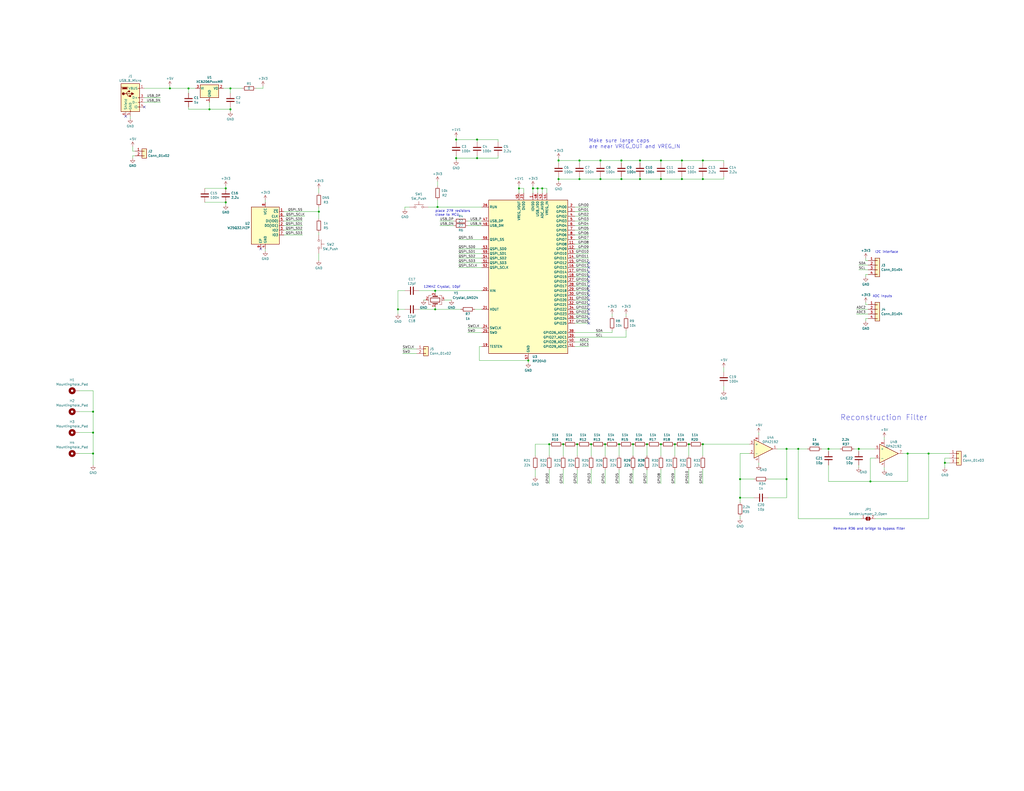
<source format=kicad_sch>
(kicad_sch (version 20230121) (generator eeschema)
  (paper "C")
  (lib_symbols
    (symbol "Connector:USB_B_Micro" (pin_names (offset 1.016))
      (property "Reference" "J" (at -5.08 11.43 0))
      (property "Value" "USB_B_Micro" (at -5.08 8.89 0))
      (symbol "USB_B_Micro_1_1"
        (pin power_out line (at 7.62 5.08 180) (length 2.54) (name "VBUS") (number "1"))
        (pin bidirectional line (at 7.62 -2.54 180) (length 2.54) (name "D-") (number "2"))
        (pin bidirectional line (at 7.62 0 180) (length 2.54) (name "D+") (number "3"))
        (pin passive line (at 7.62 -5.08 180) (length 2.54) (name "ID") (number "4"))
        (pin power_out line (at 0 -10.16 90) (length 2.54) (name "GND") (number "5"))
        (pin passive line (at -2.54 -10.16 90) (length 2.54) (name "Shield") (number "6"))
      )
    )
    (symbol "Connector_Generic:Conn_01x02" (pin_names (offset 1.016) hide)
      (property "Reference" "J" (at 0 2.54 0))
      (property "Value" "Conn_01x02" (at 0 -5.08 0))
      (symbol "Conn_01x02_1_1"
        (pin passive line (at -5.08 0 0) (length 3.81) (name "Pin_1") (number "1"))
        (pin passive line (at -5.08 -2.54 0) (length 3.81) (name "Pin_2") (number "2"))
      )
    )
    (symbol "Connector_Generic:Conn_01x03" (pin_names (offset 1.016) hide)
      (property "Reference" "J" (at 0 5.08 0))
      (property "Value" "Conn_01x03" (at 0 -5.08 0))
      (symbol "Conn_01x03_1_1"
        (pin passive line (at -5.08 2.54 0) (length 3.81) (name "Pin_1") (number "1"))
        (pin passive line (at -5.08 0 0) (length 3.81) (name "Pin_2") (number "2"))
        (pin passive line (at -5.08 -2.54 0) (length 3.81) (name "Pin_3") (number "3"))
      )
    )
    (symbol "Connector_Generic:Conn_01x04" (pin_names (offset 1.016) hide)
      (property "Reference" "J" (at 0 5.08 0))
      (property "Value" "Conn_01x04" (at 0 -7.62 0))
      (symbol "Conn_01x04_1_1"
        (pin passive line (at -5.08 2.54 0) (length 3.81) (name "Pin_1") (number "1"))
        (pin passive line (at -5.08 0 0) (length 3.81) (name "Pin_2") (number "2"))
        (pin passive line (at -5.08 -2.54 0) (length 3.81) (name "Pin_3") (number "3"))
        (pin passive line (at -5.08 -5.08 0) (length 3.81) (name "Pin_4") (number "4"))
      )
    )
    (symbol "Device:C" (pin_numbers hide) (pin_names (offset 0.254))
      (property "Reference" "C" (at 0.635 2.54 0))
      (property "Value" "C" (at 0.635 -2.54 0))
      (symbol "C_1_1"
        (pin passive line (at 0 3.81 270) (length 2.794) (name "~") (number "1"))
        (pin passive line (at 0 -3.81 90) (length 2.794) (name "~") (number "2"))
      )
    )
    (symbol "Device:Crystal_GND24" (pin_names (offset 1.016) hide)
      (property "Reference" "Y" (at 3.175 5.08 0))
      (property "Value" "Crystal_GND24" (at 3.175 3.175 0))
      (symbol "Crystal_GND24_1_1"
        (pin passive line (at -3.81 0 0) (length 1.27) (name "1") (number "1"))
        (pin passive line (at 0 5.08 270) (length 1.27) (name "2") (number "2"))
        (pin passive line (at 3.81 0 180) (length 1.27) (name "3") (number "3"))
        (pin passive line (at 0 -5.08 90) (length 1.27) (name "4") (number "4"))
      )
    )
    (symbol "Device:R" (pin_numbers hide) (pin_names (offset 0))
      (property "Reference" "R" (at 2.032 0 90))
      (property "Value" "R" (at 0 0 90))
      (symbol "R_1_1"
        (pin passive line (at 0 3.81 270) (length 1.27) (name "~") (number "1"))
        (pin passive line (at 0 -3.81 90) (length 1.27) (name "~") (number "2"))
      )
    )
    (symbol "Jumper:SolderJumper_2_Open" (pin_names (offset 0) hide)
      (property "Reference" "JP" (at 0 2.032 0))
      (property "Value" "SolderJumper_2_Open" (at 0 -2.54 0))
      (symbol "SolderJumper_2_Open_1_1"
        (pin passive line (at -3.81 0 0) (length 2.54) (name "A") (number "1"))
        (pin passive line (at 3.81 0 180) (length 2.54) (name "B") (number "2"))
      )
    )
    (symbol "MCU_RaspberryPi:RP2040"
      (property "Reference" "U" (at 17.78 45.72 0))
      (property "Value" "RP2040" (at 17.78 43.18 0))
      (symbol "RP2040_1_1"
        (pin power_in line (at 2.54 45.72 270) (length 3.81) (name "IOVDD") (number "1"))
        (pin passive line (at 2.54 45.72 270) (length 3.81) hide (name "IOVDD") (number "10"))
        (pin bidirectional line (at 25.4 17.78 180) (length 3.81) (name "GPIO8") (number "11"))
        (pin bidirectional line (at 25.4 15.24 180) (length 3.81) (name "GPIO9") (number "12"))
        (pin bidirectional line (at 25.4 12.7 180) (length 3.81) (name "GPIO10") (number "13"))
        (pin bidirectional line (at 25.4 10.16 180) (length 3.81) (name "GPIO11") (number "14"))
        (pin bidirectional line (at 25.4 7.62 180) (length 3.81) (name "GPIO12") (number "15"))
        (pin bidirectional line (at 25.4 5.08 180) (length 3.81) (name "GPIO13") (number "16"))
        (pin bidirectional line (at 25.4 2.54 180) (length 3.81) (name "GPIO14") (number "17"))
        (pin bidirectional line (at 25.4 0 180) (length 3.81) (name "GPIO15") (number "18"))
        (pin input line (at -25.4 -38.1 0) (length 3.81) (name "TESTEN") (number "19"))
        (pin bidirectional line (at 25.4 38.1 180) (length 3.81) (name "GPIO0") (number "2"))
        (pin input line (at -25.4 -7.62 0) (length 3.81) (name "XIN") (number "20"))
        (pin passive line (at -25.4 -17.78 0) (length 3.81) (name "XOUT") (number "21"))
        (pin passive line (at 2.54 45.72 270) (length 3.81) hide (name "IOVDD") (number "22"))
        (pin power_in line (at -2.54 45.72 270) (length 3.81) (name "DVDD") (number "23"))
        (pin input line (at -25.4 -27.94 0) (length 3.81) (name "SWCLK") (number "24"))
        (pin bidirectional line (at -25.4 -30.48 0) (length 3.81) (name "SWD") (number "25"))
        (pin input line (at -25.4 38.1 0) (length 3.81) (name "RUN") (number "26"))
        (pin bidirectional line (at 25.4 -2.54 180) (length 3.81) (name "GPIO16") (number "27"))
        (pin bidirectional line (at 25.4 -5.08 180) (length 3.81) (name "GPIO17") (number "28"))
        (pin bidirectional line (at 25.4 -7.62 180) (length 3.81) (name "GPIO18") (number "29"))
        (pin bidirectional line (at 25.4 35.56 180) (length 3.81) (name "GPIO1") (number "3"))
        (pin bidirectional line (at 25.4 -10.16 180) (length 3.81) (name "GPIO19") (number "30"))
        (pin bidirectional line (at 25.4 -12.7 180) (length 3.81) (name "GPIO20") (number "31"))
        (pin bidirectional line (at 25.4 -15.24 180) (length 3.81) (name "GPIO21") (number "32"))
        (pin passive line (at 2.54 45.72 270) (length 3.81) hide (name "IOVDD") (number "33"))
        (pin bidirectional line (at 25.4 -17.78 180) (length 3.81) (name "GPIO22") (number "34"))
        (pin bidirectional line (at 25.4 -20.32 180) (length 3.81) (name "GPIO23") (number "35"))
        (pin bidirectional line (at 25.4 -22.86 180) (length 3.81) (name "GPIO24") (number "36"))
        (pin bidirectional line (at 25.4 -25.4 180) (length 3.81) (name "GPIO25") (number "37"))
        (pin bidirectional line (at 25.4 -30.48 180) (length 3.81) (name "GPIO26_ADC0") (number "38"))
        (pin bidirectional line (at 25.4 -33.02 180) (length 3.81) (name "GPIO27_ADC1") (number "39"))
        (pin bidirectional line (at 25.4 33.02 180) (length 3.81) (name "GPIO2") (number "4"))
        (pin bidirectional line (at 25.4 -35.56 180) (length 3.81) (name "GPIO28_ADC2") (number "40"))
        (pin bidirectional line (at 25.4 -38.1 180) (length 3.81) (name "GPIO29_ADC3") (number "41"))
        (pin passive line (at 2.54 45.72 270) (length 3.81) hide (name "IOVDD") (number "42"))
        (pin power_in line (at 7.62 45.72 270) (length 3.81) (name "ADC_AVDD") (number "43"))
        (pin power_in line (at 10.16 45.72 270) (length 3.81) (name "VREG_IN") (number "44"))
        (pin power_out line (at -5.08 45.72 270) (length 3.81) (name "VREG_VOUT") (number "45"))
        (pin bidirectional line (at -25.4 27.94 0) (length 3.81) (name "USB_DM") (number "46"))
        (pin bidirectional line (at -25.4 30.48 0) (length 3.81) (name "USB_DP") (number "47"))
        (pin power_in line (at 5.08 45.72 270) (length 3.81) (name "USB_VDD") (number "48"))
        (pin passive line (at 2.54 45.72 270) (length 3.81) hide (name "IOVDD") (number "49"))
        (pin bidirectional line (at 25.4 30.48 180) (length 3.81) (name "GPIO3") (number "5"))
        (pin passive line (at -2.54 45.72 270) (length 3.81) hide (name "DVDD") (number "50"))
        (pin bidirectional line (at -25.4 7.62 0) (length 3.81) (name "QSPI_SD3") (number "51"))
        (pin output line (at -25.4 5.08 0) (length 3.81) (name "QSPI_SCLK") (number "52"))
        (pin bidirectional line (at -25.4 15.24 0) (length 3.81) (name "QSPI_SD0") (number "53"))
        (pin bidirectional line (at -25.4 10.16 0) (length 3.81) (name "QSPI_SD2") (number "54"))
        (pin bidirectional line (at -25.4 12.7 0) (length 3.81) (name "QSPI_SD1") (number "55"))
        (pin bidirectional line (at -25.4 20.32 0) (length 3.81) (name "QSPI_SS") (number "56"))
        (pin power_in line (at 0 -45.72 90) (length 3.81) (name "GND") (number "57"))
        (pin bidirectional line (at 25.4 27.94 180) (length 3.81) (name "GPIO4") (number "6"))
        (pin bidirectional line (at 25.4 25.4 180) (length 3.81) (name "GPIO5") (number "7"))
        (pin bidirectional line (at 25.4 22.86 180) (length 3.81) (name "GPIO6") (number "8"))
        (pin bidirectional line (at 25.4 20.32 180) (length 3.81) (name "GPIO7") (number "9"))
      )
    )
    (symbol "Mechanical:MountingHole_Pad" (pin_numbers hide) (pin_names (offset 1.016) hide)
      (property "Reference" "H" (at 0 6.35 0))
      (property "Value" "MountingHole_Pad" (at 0 4.445 0))
      (symbol "MountingHole_Pad_1_1"
        (pin input line (at 0 -2.54 90) (length 2.54) (name "1") (number "1"))
      )
    )
    (symbol "Memory_Flash:W25Q32JVZP"
      (property "Reference" "U" (at -6.35 11.43 0))
      (property "Value" "W25Q32JVZP" (at 7.62 11.43 0))
      (symbol "W25Q32JVZP_1_1"
        (pin input line (at -10.16 7.62 0) (length 2.54) (name "~{CS}") (number "1"))
        (pin bidirectional line (at -10.16 0 0) (length 2.54) (name "DO(IO1)") (number "2"))
        (pin bidirectional line (at -10.16 -2.54 0) (length 2.54) (name "IO2") (number "3"))
        (pin power_in line (at 0 -12.7 90) (length 2.54) (name "GND") (number "4"))
        (pin bidirectional line (at -10.16 2.54 0) (length 2.54) (name "DI(IO0)") (number "5"))
        (pin input line (at -10.16 5.08 0) (length 2.54) (name "CLK") (number "6"))
        (pin bidirectional line (at -10.16 -5.08 0) (length 2.54) (name "IO3") (number "7"))
        (pin power_in line (at 0 12.7 270) (length 2.54) (name "VCC") (number "8"))
        (pin passive line (at 2.54 -12.7 90) (length 2.54) (name "EP") (number "9"))
      )
    )
    (symbol "Regulator_Linear:XC6206PxxxMR" (pin_names (offset 0.254))
      (property "Reference" "U" (at -3.81 3.175 0))
      (property "Value" "XC6206PxxxMR" (at 0 3.175 0))
      (symbol "XC6206PxxxMR_1_1"
        (pin power_in line (at 0 -7.62 90) (length 2.54) (name "GND") (number "1"))
        (pin power_out line (at 7.62 0 180) (length 2.54) (name "VO") (number "2"))
        (pin power_in line (at -7.62 0 0) (length 2.54) (name "VI") (number "3"))
      )
    )
    (symbol "Switch:SW_Push" (pin_numbers hide) (pin_names (offset 1.016) hide)
      (property "Reference" "SW" (at 1.27 2.54 0))
      (property "Value" "SW_Push" (at 0 -1.524 0))
      (symbol "SW_Push_0_1"
        (pin passive line (at -5.08 0 0) (length 2.54) (name "1") (number "1"))
        (pin passive line (at 5.08 0 180) (length 2.54) (name "2") (number "2"))
      )
    )
    (symbol "components_2:OPA2192"
      (property "Reference" "U" (at -3.81 15.24 0))
      (property "Value" "OPA2192" (at 0 12.7 0))
      (symbol "OPA2192_1_1"
        (pin output line (at 10.16 0 180) (length 2.54) (name "~") (number "1"))
        (pin input line (at -5.08 -2.54 0) (length 2.54) (name "-") (number "2"))
        (pin input line (at -5.08 2.54 0) (length 2.54) (name "+") (number "3"))
        (pin power_in line (at 0 -7.62 90) (length 3.81) (name "~") (number "4"))
        (pin power_in line (at 0 7.62 270) (length 3.81) (name "~") (number "8"))
      )
      (symbol "OPA2192_2_1"
        (pin power_in line (at 0 -7.62 90) (length 3.81) (name "~") (number "4"))
        (pin input line (at -5.08 2.54 0) (length 2.54) (name "+") (number "5"))
        (pin input line (at -5.08 -2.54 0) (length 2.54) (name "-") (number "6"))
        (pin output line (at 10.16 0 180) (length 2.54) (name "~") (number "7"))
        (pin power_in line (at 0 7.62 270) (length 3.81) (name "~") (number "8"))
      )
    )
    (symbol "power:+1V1" (power) (pin_names (offset 0))
      (property "Value" "+1V1" (at 0 3.556 0))
      (symbol "+1V1_1_1"
        (pin power_in line (at 0 0 90) (length 0) hide (name "+1V1") (number "1"))
      )
    )
    (symbol "power:+3V3" (power) (pin_names (offset 0))
      (property "Value" "+3V3" (at 0 3.556 0))
      (symbol "+3V3_1_1"
        (pin power_in line (at 0 0 90) (length 0) hide (name "+3V3") (number "1"))
      )
    )
    (symbol "power:+5V" (power) (pin_names (offset 0))
      (property "Value" "+5V" (at 0 3.556 0))
      (symbol "+5V_1_1"
        (pin power_in line (at 0 0 90) (length 0) hide (name "+5V") (number "1"))
      )
    )
    (symbol "power:GND" (power) (pin_names (offset 0))
      (property "Value" "GND" (at 0 -3.81 0))
      (symbol "GND_1_1"
        (pin power_in line (at 0 0 270) (length 0) hide (name "GND") (number "1"))
      )
    )
  )
  (junction (at 435.61 245.11))
  (junction (at 125.73 59.69))
  (junction (at 50.8 247.65))
  (junction (at 468.63 245.11))
  (junction (at 349.25 87.63))
  (junction (at 316.23 87.63))
  (junction (at 288.29 196.85))
  (junction (at 217.17 168.91))
  (junction (at 260.35 76.2))
  (junction (at 307.34 242.57))
  (junction (at 248.92 76.2))
  (junction (at 50.8 236.22))
  (junction (at 304.8 97.79))
  (junction (at 260.35 86.36))
  (junction (at 372.11 87.63))
  (junction (at 327.66 97.79))
  (junction (at 403.86 271.78))
  (junction (at 429.26 261.62))
  (junction (at 125.73 48.26))
  (junction (at 123.19 102.87))
  (junction (at 474.98 262.89))
  (junction (at 360.68 97.79))
  (junction (at 337.82 242.57))
  (junction (at 173.99 115.57))
  (junction (at 123.19 110.49))
  (junction (at 314.96 242.57))
  (junction (at 506.73 247.65))
  (junction (at 50.8 224.79))
  (junction (at 237.49 158.75))
  (junction (at 293.37 102.87))
  (junction (at 322.58 242.57))
  (junction (at 372.11 97.79))
  (junction (at 316.23 97.79))
  (junction (at 237.49 168.91))
  (junction (at 330.2 242.57))
  (junction (at 353.06 242.57))
  (junction (at 327.66 87.63))
  (junction (at 295.91 102.87))
  (junction (at 360.68 242.57))
  (junction (at 375.92 242.57))
  (junction (at 383.54 242.57))
  (junction (at 345.44 242.57))
  (junction (at 339.09 97.79))
  (junction (at 290.83 102.87))
  (junction (at 368.3 242.57))
  (junction (at 403.86 261.62))
  (junction (at 339.09 87.63))
  (junction (at 304.8 87.63))
  (junction (at 515.62 252.73))
  (junction (at 283.21 102.87))
  (junction (at 360.68 87.63))
  (junction (at 299.72 242.57))
  (junction (at 383.54 87.63))
  (junction (at 92.71 48.26))
  (junction (at 429.26 245.11))
  (junction (at 349.25 97.79))
  (junction (at 102.87 48.26))
  (junction (at 238.76 113.03))
  (junction (at 114.3 59.69))
  (junction (at 495.3 247.65))
  (junction (at 383.54 97.79))
  (junction (at 452.12 245.11))
  (junction (at 248.92 86.36))
  (no_connect (at 321.31 171.45))
  (no_connect (at 321.31 173.99))
  (no_connect (at 321.31 176.53))
  (no_connect (at 321.31 161.29))
  (no_connect (at 78.74 58.42))
  (no_connect (at 321.31 146.05))
  (no_connect (at 321.31 166.37))
  (no_connect (at 321.31 148.59))
  (no_connect (at 321.31 163.83))
  (no_connect (at 321.31 158.75))
  (no_connect (at 321.31 143.51))
  (no_connect (at 321.31 168.91))
  (no_connect (at 321.31 153.67))
  (no_connect (at 68.58 63.5))
  (no_connect (at 321.31 156.21))
  (no_connect (at 321.31 151.13))
  (no_connect (at 142.24 135.89))
  (wire (pts (xy 403.86 271.78) (xy 403.86 274.32)))
  (wire (pts (xy 316.23 96.52) (xy 316.23 97.79)))
  (wire (pts (xy 419.1 261.62) (xy 429.26 261.62)))
  (wire (pts (xy 337.82 242.57) (xy 337.82 248.92)))
  (wire (pts (xy 313.69 181.61) (xy 334.01 181.61)))
  (wire (pts (xy 313.69 130.81) (xy 321.31 130.81)))
  (wire (pts (xy 173.99 113.03) (xy 173.99 115.57)))
  (wire (pts (xy 292.1 242.57) (xy 292.1 248.92)))
  (wire (pts (xy 237.49 158.75) (xy 262.89 158.75)))
  (wire (pts (xy 248.92 76.2) (xy 260.35 76.2)))
  (wire (pts (xy 468.63 245.11) (xy 477.52 245.11)))
  (wire (pts (xy 132.08 48.26) (xy 125.73 48.26)))
  (wire (pts (xy 102.87 58.42) (xy 102.87 59.69)))
  (wire (pts (xy 255.27 120.65) (xy 262.89 120.65)))
  (wire (pts (xy 250.19 140.97) (xy 262.89 140.97)))
  (wire (pts (xy 495.3 262.89) (xy 495.3 247.65)))
  (wire (pts (xy 368.3 256.54) (xy 368.3 264.16)))
  (wire (pts (xy 102.87 48.26) (xy 106.68 48.26)))
  (wire (pts (xy 271.78 85.09) (xy 271.78 86.36)))
  (wire (pts (xy 339.09 87.63) (xy 349.25 87.63)))
  (wire (pts (xy 240.03 123.19) (xy 247.65 123.19)))
  (wire (pts (xy 250.19 146.05) (xy 262.89 146.05)))
  (wire (pts (xy 472.44 149.86) (xy 473.71 149.86)))
  (wire (pts (xy 477.52 283.21) (xy 506.73 283.21)))
  (wire (pts (xy 313.69 146.05) (xy 321.31 146.05)))
  (wire (pts (xy 144.78 109.22) (xy 144.78 110.49)))
  (wire (pts (xy 360.68 256.54) (xy 360.68 264.16)))
  (wire (pts (xy 403.86 261.62) (xy 411.48 261.62)))
  (wire (pts (xy 474.98 250.19) (xy 474.98 262.89)))
  (wire (pts (xy 414.02 236.22) (xy 414.02 237.49)))
  (wire (pts (xy 403.86 271.78) (xy 411.48 271.78)))
  (wire (pts (xy 468.63 254) (xy 468.63 255.27)))
  (wire (pts (xy 313.69 128.27) (xy 321.31 128.27)))
  (wire (pts (xy 394.97 87.63) (xy 394.97 88.9)))
  (wire (pts (xy 43.18 224.79) (xy 50.8 224.79)))
  (wire (pts (xy 262.89 168.91) (xy 259.08 168.91)))
  (wire (pts (xy 375.92 256.54) (xy 375.92 264.16)))
  (wire (pts (xy 472.44 142.24) (xy 473.71 142.24)))
  (wire (pts (xy 334.01 171.45) (xy 334.01 172.72)))
  (wire (pts (xy 92.71 48.26) (xy 102.87 48.26)))
  (wire (pts (xy 72.39 85.09) (xy 73.66 85.09)))
  (wire (pts (xy 452.12 254) (xy 452.12 262.89)))
  (wire (pts (xy 288.29 196.85) (xy 288.29 198.12)))
  (wire (pts (xy 353.06 256.54) (xy 353.06 264.16)))
  (wire (pts (xy 472.44 165.1) (xy 472.44 166.37)))
  (wire (pts (xy 383.54 242.57) (xy 408.94 242.57)))
  (wire (pts (xy 452.12 245.11) (xy 458.47 245.11)))
  (wire (pts (xy 248.92 76.2) (xy 248.92 77.47)))
  (wire (pts (xy 248.92 85.09) (xy 248.92 86.36)))
  (wire (pts (xy 360.68 96.52) (xy 360.68 97.79)))
  (wire (pts (xy 360.68 87.63) (xy 372.11 87.63)))
  (wire (pts (xy 304.8 97.79) (xy 316.23 97.79)))
  (wire (pts (xy 173.99 115.57) (xy 173.99 119.38)))
  (wire (pts (xy 304.8 87.63) (xy 316.23 87.63)))
  (wire (pts (xy 102.87 48.26) (xy 102.87 50.8)))
  (wire (pts (xy 314.96 242.57) (xy 314.96 248.92)))
  (wire (pts (xy 515.62 250.19) (xy 515.62 252.73)))
  (wire (pts (xy 260.35 77.47) (xy 260.35 76.2)))
  (wire (pts (xy 313.69 173.99) (xy 321.31 173.99)))
  (wire (pts (xy 271.78 76.2) (xy 271.78 77.47)))
  (wire (pts (xy 313.69 125.73) (xy 321.31 125.73)))
  (wire (pts (xy 313.69 161.29) (xy 321.31 161.29)))
  (wire (pts (xy 345.44 242.57) (xy 345.44 248.92)))
  (wire (pts (xy 50.8 224.79) (xy 50.8 213.36)))
  (wire (pts (xy 429.26 245.11) (xy 435.61 245.11)))
  (wire (pts (xy 327.66 97.79) (xy 339.09 97.79)))
  (wire (pts (xy 313.69 120.65) (xy 321.31 120.65)))
  (wire (pts (xy 339.09 96.52) (xy 339.09 97.79)))
  (wire (pts (xy 154.94 128.27) (xy 165.1 128.27)))
  (wire (pts (xy 313.69 186.69) (xy 321.31 186.69)))
  (wire (pts (xy 314.96 256.54) (xy 314.96 264.16)))
  (wire (pts (xy 72.39 80.01) (xy 72.39 82.55)))
  (wire (pts (xy 316.23 87.63) (xy 316.23 88.9)))
  (wire (pts (xy 154.94 115.57) (xy 173.99 115.57)))
  (wire (pts (xy 429.26 245.11) (xy 424.18 245.11)))
  (wire (pts (xy 360.68 242.57) (xy 360.68 248.92)))
  (wire (pts (xy 219.71 190.5) (xy 227.33 190.5)))
  (wire (pts (xy 349.25 87.63) (xy 360.68 87.63)))
  (wire (pts (xy 299.72 242.57) (xy 299.72 248.92)))
  (wire (pts (xy 307.34 242.57) (xy 307.34 248.92)))
  (wire (pts (xy 123.19 110.49) (xy 123.19 111.76)))
  (wire (pts (xy 495.3 247.65) (xy 506.73 247.65)))
  (wire (pts (xy 313.69 163.83) (xy 321.31 163.83)))
  (wire (pts (xy 349.25 87.63) (xy 349.25 88.9)))
  (wire (pts (xy 468.63 144.78) (xy 473.71 144.78)))
  (wire (pts (xy 313.69 113.03) (xy 321.31 113.03)))
  (wire (pts (xy 472.44 166.37) (xy 473.71 166.37)))
  (wire (pts (xy 219.71 193.04) (xy 227.33 193.04)))
  (wire (pts (xy 304.8 97.79) (xy 304.8 99.06)))
  (wire (pts (xy 313.69 158.75) (xy 321.31 158.75)))
  (wire (pts (xy 466.09 245.11) (xy 468.63 245.11)))
  (wire (pts (xy 316.23 87.63) (xy 327.66 87.63)))
  (wire (pts (xy 372.11 87.63) (xy 383.54 87.63)))
  (wire (pts (xy 123.19 101.6) (xy 123.19 102.87)))
  (wire (pts (xy 43.18 236.22) (xy 50.8 236.22)))
  (wire (pts (xy 220.98 113.03) (xy 220.98 114.3)))
  (wire (pts (xy 506.73 247.65) (xy 518.16 247.65)))
  (wire (pts (xy 313.69 123.19) (xy 321.31 123.19)))
  (wire (pts (xy 125.73 48.26) (xy 125.73 50.8)))
  (wire (pts (xy 293.37 105.41) (xy 293.37 102.87)))
  (wire (pts (xy 154.94 118.11) (xy 166.37 118.11)))
  (wire (pts (xy 472.44 173.99) (xy 473.71 173.99)))
  (wire (pts (xy 92.71 46.99) (xy 92.71 48.26)))
  (wire (pts (xy 248.92 86.36) (xy 260.35 86.36)))
  (wire (pts (xy 50.8 236.22) (xy 50.8 224.79)))
  (wire (pts (xy 298.45 102.87) (xy 298.45 105.41)))
  (wire (pts (xy 452.12 262.89) (xy 474.98 262.89)))
  (wire (pts (xy 313.69 140.97) (xy 321.31 140.97)))
  (wire (pts (xy 250.19 138.43) (xy 262.89 138.43)))
  (wire (pts (xy 111.76 110.49) (xy 123.19 110.49)))
  (wire (pts (xy 327.66 87.63) (xy 339.09 87.63)))
  (wire (pts (xy 217.17 168.91) (xy 220.98 168.91)))
  (wire (pts (xy 228.6 168.91) (xy 237.49 168.91)))
  (wire (pts (xy 313.69 135.89) (xy 321.31 135.89)))
  (wire (pts (xy 313.69 153.67) (xy 321.31 153.67)))
  (wire (pts (xy 313.69 168.91) (xy 321.31 168.91)))
  (wire (pts (xy 383.54 87.63) (xy 383.54 88.9)))
  (wire (pts (xy 121.92 48.26) (xy 125.73 48.26)))
  (wire (pts (xy 383.54 97.79) (xy 394.97 97.79)))
  (wire (pts (xy 283.21 101.6) (xy 283.21 102.87)))
  (wire (pts (xy 304.8 86.36) (xy 304.8 87.63)))
  (wire (pts (xy 414.02 252.73) (xy 414.02 254)))
  (wire (pts (xy 242.57 163.83) (xy 246.38 163.83)))
  (wire (pts (xy 72.39 82.55) (xy 73.66 82.55)))
  (wire (pts (xy 114.3 55.88) (xy 114.3 59.69)))
  (wire (pts (xy 292.1 242.57) (xy 299.72 242.57)))
  (wire (pts (xy 495.3 247.65) (xy 492.76 247.65)))
  (wire (pts (xy 255.27 179.07) (xy 262.89 179.07)))
  (wire (pts (xy 372.11 96.52) (xy 372.11 97.79)))
  (wire (pts (xy 383.54 87.63) (xy 394.97 87.63)))
  (wire (pts (xy 233.68 113.03) (xy 238.76 113.03)))
  (wire (pts (xy 383.54 256.54) (xy 383.54 264.16)))
  (wire (pts (xy 313.69 115.57) (xy 321.31 115.57)))
  (wire (pts (xy 349.25 96.52) (xy 349.25 97.79)))
  (wire (pts (xy 313.69 118.11) (xy 321.31 118.11)))
  (wire (pts (xy 327.66 87.63) (xy 327.66 88.9)))
  (wire (pts (xy 307.34 256.54) (xy 307.34 264.16)))
  (wire (pts (xy 72.39 86.36) (xy 72.39 85.09)))
  (wire (pts (xy 313.69 143.51) (xy 321.31 143.51)))
  (wire (pts (xy 238.76 99.06) (xy 238.76 101.6)))
  (wire (pts (xy 78.74 48.26) (xy 92.71 48.26)))
  (wire (pts (xy 467.36 171.45) (xy 473.71 171.45)))
  (wire (pts (xy 339.09 97.79) (xy 349.25 97.79)))
  (wire (pts (xy 313.69 184.15) (xy 341.63 184.15)))
  (wire (pts (xy 383.54 242.57) (xy 383.54 248.92)))
  (wire (pts (xy 472.44 175.26) (xy 472.44 173.99)))
  (wire (pts (xy 248.92 86.36) (xy 248.92 87.63)))
  (wire (pts (xy 360.68 87.63) (xy 360.68 88.9)))
  (wire (pts (xy 114.3 59.69) (xy 125.73 59.69)))
  (wire (pts (xy 260.35 86.36) (xy 260.35 85.09)))
  (wire (pts (xy 515.62 252.73) (xy 518.16 252.73)))
  (wire (pts (xy 304.8 96.52) (xy 304.8 97.79)))
  (wire (pts (xy 372.11 97.79) (xy 383.54 97.79)))
  (wire (pts (xy 232.41 163.83) (xy 231.14 163.83)))
  (wire (pts (xy 220.98 113.03) (xy 223.52 113.03)))
  (wire (pts (xy 217.17 158.75) (xy 217.17 168.91)))
  (wire (pts (xy 295.91 105.41) (xy 295.91 102.87)))
  (wire (pts (xy 71.12 64.77) (xy 71.12 63.5)))
  (wire (pts (xy 337.82 256.54) (xy 337.82 264.16)))
  (wire (pts (xy 394.97 96.52) (xy 394.97 97.79)))
  (wire (pts (xy 316.23 97.79) (xy 327.66 97.79)))
  (wire (pts (xy 368.3 242.57) (xy 368.3 248.92)))
  (wire (pts (xy 217.17 168.91) (xy 217.17 171.45)))
  (wire (pts (xy 292.1 256.54) (xy 292.1 260.35)))
  (wire (pts (xy 477.52 250.19) (xy 474.98 250.19)))
  (wire (pts (xy 228.6 158.75) (xy 237.49 158.75)))
  (wire (pts (xy 304.8 87.63) (xy 304.8 88.9)))
  (wire (pts (xy 429.26 271.78) (xy 429.26 261.62)))
  (wire (pts (xy 506.73 283.21) (xy 506.73 247.65)))
  (wire (pts (xy 468.63 245.11) (xy 468.63 246.38)))
  (wire (pts (xy 322.58 256.54) (xy 322.58 264.16)))
  (wire (pts (xy 283.21 102.87) (xy 285.75 102.87)))
  (wire (pts (xy 78.74 53.34) (xy 87.63 53.34)))
  (wire (pts (xy 238.76 109.22) (xy 238.76 113.03)))
  (wire (pts (xy 360.68 97.79) (xy 372.11 97.79)))
  (wire (pts (xy 154.94 125.73) (xy 165.1 125.73)))
  (wire (pts (xy 50.8 213.36) (xy 43.18 213.36)))
  (wire (pts (xy 293.37 102.87) (xy 295.91 102.87)))
  (wire (pts (xy 322.58 242.57) (xy 322.58 248.92)))
  (wire (pts (xy 408.94 247.65) (xy 403.86 247.65)))
  (wire (pts (xy 472.44 151.13) (xy 472.44 149.86)))
  (wire (pts (xy 435.61 245.11) (xy 435.61 283.21)))
  (wire (pts (xy 260.35 76.2) (xy 271.78 76.2)))
  (wire (pts (xy 173.99 102.87) (xy 173.99 105.41)))
  (wire (pts (xy 237.49 168.91) (xy 237.49 167.64)))
  (wire (pts (xy 313.69 171.45) (xy 321.31 171.45)))
  (wire (pts (xy 262.89 189.23) (xy 261.62 189.23)))
  (wire (pts (xy 173.99 138.43) (xy 173.99 142.24)))
  (wire (pts (xy 250.19 135.89) (xy 262.89 135.89)))
  (wire (pts (xy 339.09 87.63) (xy 339.09 88.9)))
  (wire (pts (xy 283.21 102.87) (xy 283.21 105.41)))
  (wire (pts (xy 220.98 158.75) (xy 217.17 158.75)))
  (wire (pts (xy 290.83 101.6) (xy 290.83 102.87)))
  (wire (pts (xy 250.19 130.81) (xy 262.89 130.81)))
  (wire (pts (xy 403.86 281.94) (xy 403.86 283.21)))
  (wire (pts (xy 125.73 59.69) (xy 125.73 60.96)))
  (wire (pts (xy 43.18 247.65) (xy 50.8 247.65)))
  (wire (pts (xy 237.49 160.02) (xy 237.49 158.75)))
  (wire (pts (xy 313.69 156.21) (xy 321.31 156.21)))
  (wire (pts (xy 330.2 256.54) (xy 330.2 264.16)))
  (wire (pts (xy 482.6 255.27) (xy 482.6 256.54)))
  (wire (pts (xy 240.03 120.65) (xy 247.65 120.65)))
  (wire (pts (xy 518.16 250.19) (xy 515.62 250.19)))
  (wire (pts (xy 313.69 148.59) (xy 321.31 148.59)))
  (wire (pts (xy 143.51 46.99) (xy 143.51 48.26)))
  (wire (pts (xy 467.36 168.91) (xy 473.71 168.91)))
  (wire (pts (xy 394.97 210.82) (xy 394.97 213.36)))
  (wire (pts (xy 482.6 238.76) (xy 482.6 240.03)))
  (wire (pts (xy 429.26 261.62) (xy 429.26 245.11)))
  (wire (pts (xy 375.92 242.57) (xy 375.92 248.92)))
  (wire (pts (xy 341.63 171.45) (xy 341.63 172.72)))
  (wire (pts (xy 50.8 254) (xy 50.8 247.65)))
  (wire (pts (xy 298.45 102.87) (xy 295.91 102.87)))
  (wire (pts (xy 474.98 262.89) (xy 495.3 262.89)))
  (wire (pts (xy 403.86 261.62) (xy 403.86 271.78)))
  (wire (pts (xy 143.51 48.26) (xy 139.7 48.26)))
  (wire (pts (xy 255.27 181.61) (xy 262.89 181.61)))
  (wire (pts (xy 468.63 147.32) (xy 473.71 147.32)))
  (wire (pts (xy 50.8 247.65) (xy 50.8 236.22)))
  (wire (pts (xy 238.76 113.03) (xy 262.89 113.03)))
  (wire (pts (xy 515.62 252.73) (xy 515.62 255.27)))
  (wire (pts (xy 313.69 189.23) (xy 321.31 189.23)))
  (wire (pts (xy 419.1 271.78) (xy 429.26 271.78)))
  (wire (pts (xy 299.72 256.54) (xy 299.72 264.16)))
  (wire (pts (xy 313.69 176.53) (xy 321.31 176.53)))
  (wire (pts (xy 394.97 200.66) (xy 394.97 203.2)))
  (wire (pts (xy 435.61 283.21) (xy 469.9 283.21)))
  (wire (pts (xy 313.69 166.37) (xy 321.31 166.37)))
  (wire (pts (xy 345.44 256.54) (xy 345.44 264.16)))
  (wire (pts (xy 341.63 180.34) (xy 341.63 184.15)))
  (wire (pts (xy 102.87 59.69) (xy 114.3 59.69)))
  (wire (pts (xy 349.25 97.79) (xy 360.68 97.79)))
  (wire (pts (xy 330.2 242.57) (xy 330.2 248.92)))
  (wire (pts (xy 261.62 189.23) (xy 261.62 196.85)))
  (wire (pts (xy 255.27 123.19) (xy 262.89 123.19)))
  (wire (pts (xy 260.35 86.36) (xy 271.78 86.36)))
  (wire (pts (xy 327.66 96.52) (xy 327.66 97.79)))
  (wire (pts (xy 154.94 120.65) (xy 165.1 120.65)))
  (wire (pts (xy 251.46 168.91) (xy 237.49 168.91)))
  (wire (pts (xy 173.99 127) (xy 173.99 128.27)))
  (wire (pts (xy 313.69 133.35) (xy 321.31 133.35)))
  (wire (pts (xy 285.75 102.87) (xy 285.75 105.41)))
  (wire (pts (xy 472.44 140.97) (xy 472.44 142.24)))
  (wire (pts (xy 448.31 245.11) (xy 452.12 245.11)))
  (wire (pts (xy 313.69 151.13) (xy 321.31 151.13)))
  (wire (pts (xy 353.06 242.57) (xy 353.06 248.92)))
  (wire (pts (xy 435.61 245.11) (xy 440.69 245.11)))
  (wire (pts (xy 403.86 247.65) (xy 403.86 261.62)))
  (wire (pts (xy 372.11 87.63) (xy 372.11 88.9)))
  (wire (pts (xy 144.78 135.89) (xy 144.78 137.16)))
  (wire (pts (xy 261.62 196.85) (xy 288.29 196.85)))
  (wire (pts (xy 248.92 74.93) (xy 248.92 76.2)))
  (wire (pts (xy 125.73 59.69) (xy 125.73 58.42)))
  (wire (pts (xy 383.54 96.52) (xy 383.54 97.79)))
  (wire (pts (xy 78.74 55.88) (xy 87.63 55.88)))
  (wire (pts (xy 290.83 102.87) (xy 293.37 102.87)))
  (wire (pts (xy 154.94 123.19) (xy 165.1 123.19)))
  (wire (pts (xy 313.69 138.43) (xy 321.31 138.43)))
  (wire (pts (xy 250.19 143.51) (xy 262.89 143.51)))
  (wire (pts (xy 290.83 102.87) (xy 290.83 105.41)))
  (wire (pts (xy 452.12 245.11) (xy 452.12 246.38)))
  (wire (pts (xy 334.01 180.34) (xy 334.01 181.61)))
  (wire (pts (xy 123.19 102.87) (xy 111.76 102.87)))
  (text "ADC Inputs" (at 476.25 162.56 0) (effects (font (size 1.27 1.27)) (justify left bottom)))
  (text "I2C interface" (at 477.52 138.43 0) (effects (font (size 1.27 1.27)) (justify left bottom)))
  (text "place 27R resistors\nclose to MCU" (at 237.49 118.11 0) (effects (font (size 1.27 1.27)) (justify left bottom)))
  (text "Remove R36 and bridge to bypass filter" (at 454.66 289.56 0) (effects (font (size 1.27 1.27)) (justify left bottom)))
  (text "Reconstruction Filter" (at 458.47 229.87 0) (effects (font (size 3 3)) (justify left bottom)))
  (text "Make sure large caps \nare near VREG_OUT and VREG_IN\n" (at 321.31 81.28 0) (effects (font (size 2 2)) (justify left bottom)))
  (text "12MHZ Crystal, 10pF\n" (at 231.14 157.48 0) (effects (font (size 1.27 1.27)) (justify left bottom)))
  (label "QSPI_SD3" (at 165.1 128.27 180))
  (label "GPIO4" (at 330.2 264.16 90))
  (label "GPIO0" (at 299.72 264.16 90))
  (label "GPIO2" (at 314.96 264.16 90))
  (label "QSPI_SS" (at 250.19 130.81 0))
  (label "QSPI_SD0" (at 165.1 120.65 180))
  (label "SDA" (at 325.12 181.61 0))
  (label "ADC2" (at 321.31 186.69 180))
  (label "QSPI_SD3" (at 250.19 143.51 0))
  (label "SDA" (at 468.63 144.78 0))
  (label "ADC2" (at 467.36 168.91 0))
  (label "QSPI_SD2" (at 250.19 140.97 0))
  (label "GPIO6" (at 321.31 128.27 180))
  (label "GPIO10" (at 375.92 264.16 90))
  (label "USB_DP" (at 240.03 120.65 0))
  (label "GPIO5" (at 321.31 125.73 180))
  (label "SWCLK" (at 255.27 179.07 0))
  (label "SWD" (at 255.27 181.61 0))
  (label "GPIO7" (at 321.31 130.81 180))
  (label "QSPI_SCLK" (at 166.37 118.11 180))
  (label "GPIO3" (at 322.58 264.16 90))
  (label "GPIO13" (at 321.31 146.05 180))
  (label "SWCLK" (at 219.71 190.5 0))
  (label "USB_DP" (at 87.63 53.34 180))
  (label "GPIO8" (at 360.68 264.16 90))
  (label "GPIO8" (at 321.31 133.35 180))
  (label "USB_N" (at 256.54 123.19 0))
  (label "GPIO9" (at 368.3 264.16 90))
  (label "GPIO14" (at 321.31 148.59 180))
  (label "GPIO0" (at 321.31 113.03 180))
  (label "GPIO11" (at 383.54 264.16 90))
  (label "GPIO2" (at 321.31 118.11 180))
  (label "GPIO5" (at 337.82 264.16 90))
  (label "GPIO23" (at 321.31 171.45 180))
  (label "GPIO3" (at 321.31 120.65 180))
  (label "GPIO12" (at 321.31 143.51 180))
  (label "QSPI_SD1" (at 250.19 138.43 0))
  (label "QSPI_SD0" (at 250.19 135.89 0))
  (label "USB_DN" (at 240.03 123.19 0))
  (label "GPIO4" (at 321.31 123.19 180))
  (label "GPIO16" (at 321.31 153.67 180))
  (label "SCL" (at 468.63 147.32 0))
  (label "GPIO25" (at 321.31 176.53 180))
  (label "GPIO18" (at 321.31 158.75 180))
  (label "GPIO6" (at 345.44 264.16 90))
  (label "ADC3" (at 467.36 171.45 0))
  (label "QSPI_SD1" (at 165.1 123.19 180))
  (label "GPIO9" (at 321.31 135.89 180))
  (label "GPIO20" (at 321.31 163.83 180))
  (label "GPIO24" (at 321.31 173.99 180))
  (label "GPIO21" (at 321.31 166.37 180))
  (label "GPIO1" (at 321.31 115.57 180))
  (label "QSPI_SD2" (at 165.1 125.73 180))
  (label "GPIO19" (at 321.31 161.29 180))
  (label "GPIO10" (at 321.31 138.43 180))
  (label "GPIO22" (at 321.31 168.91 180))
  (label "USB_P" (at 256.54 120.65 0))
  (label "GPIO11" (at 321.31 140.97 180))
  (label "GPIO7" (at 353.06 264.16 90))
  (label "ADC3" (at 321.31 189.23 180))
  (label "GPIO15" (at 321.31 151.13 180))
  (label "SCL" (at 325.12 184.15 0))
  (label "GPIO1" (at 307.34 264.16 90))
  (label "USB_DN" (at 87.63 55.88 180))
  (label "GPIO17" (at 321.31 156.21 180))
  (label "QSPI_SS" (at 165.1 115.57 180))
  (label "QSPI_SCLK" (at 250.19 146.05 0))
  (label "SWD" (at 219.71 193.04 0))
  (symbol (lib_id "power:+3V3") (at 143.51 46.99 0) (unit 1)
    (property "Reference" "#PWR03" (effects hide))
    (property "Value" "+3V3" (at 143.51 42.8569 0))
  )
  (symbol (lib_id "Device:R") (at 345.44 252.73 180) (unit 1)
    (property "Reference" "R28" (at 347.98 251.46 0) (effects (justify right)))
    (property "Value" "22k" (at 347.98 254 0) (effects (justify right)))
    (property "Footprint" "Resistor_SMD:R_0402_1005Metric" (effects hide))
    (property "LCSC" "C326601" (effects hide))
  )
  (symbol (lib_id "Device:R") (at 368.3 252.73 0) (mirror x) (unit 1)
    (property "Reference" "R31" (at 367.03 251.46 0) (effects (justify right)))
    (property "Value" "22k" (at 367.03 254 0) (effects (justify right)))
    (property "Footprint" "Resistor_SMD:R_0402_1005Metric" (effects hide))
    (property "LCSC" "C326601" (effects hide))
  )
  (symbol (lib_id "Memory_Flash:W25Q32JVZP") (at 144.78 123.19 0) (mirror y) (unit 1)
    (property "Reference" "U2" (at 136.398 121.9779 0) (effects (justify left)))
    (property "Value" "W25Q32JVZP" (at 136.398 124.4021 0) (effects (justify left)))
    (property "Footprint" "Package_SON:WSON-8-1EP_6x5mm_P1.27mm_EP3.4x4.3mm" (effects hide))
    (property "Datasheet" "http://www.winbond.com/resource-files/w25q32jv%20revg%2003272018%20plus.pdf" (effects hide))
    (property "LCSC" "C571260" (effects hide))
  )
  (symbol (lib_id "Device:R") (at 360.68 252.73 0) (mirror x) (unit 1)
    (property "Reference" "R30" (at 359.41 251.46 0) (effects (justify right)))
    (property "Value" "22k" (at 359.41 254 0) (effects (justify right)))
    (property "Footprint" "Resistor_SMD:R_0402_1005Metric" (effects hide))
    (property "LCSC" "C326601" (effects hide))
  )
  (symbol (lib_id "Connector_Generic:Conn_01x03") (at 523.24 250.19 0) (unit 1)
    (property "Reference" "J6" (at 525.272 248.9779 0) (effects (justify left)))
    (property "Value" "Conn_01x03" (at 525.272 251.4021 0) (effects (justify left)))
    (property "Footprint" "Connector_PinSocket_2.54mm:PinSocket_1x03_P2.54mm_Vertical" (effects hide))
  )
  (symbol (lib_id "Device:C") (at 394.97 207.01 0) (unit 1)
    (property "Reference" "C19" (at 397.891 205.7979 0) (effects (justify left)))
    (property "Value" "100n" (at 397.891 208.2221 0) (effects (justify left)))
    (property "Footprint" "Capacitor_SMD:C_0402_1005Metric" (effects hide))
    (property "LCSC" "C307331" (effects hide))
  )
  (symbol (lib_id "power:GND") (at 472.44 151.13 0) (unit 1)
    (property "Reference" "#PWR023" (effects hide))
    (property "Value" "GND" (at 472.44 155.2631 0))
  )
  (symbol (lib_id "power:+3V3") (at 472.44 140.97 0) (mirror y) (unit 1)
    (property "Reference" "#PWR021" (effects hide))
    (property "Value" "+3V3" (at 472.44 136.8369 0))
  )
  (symbol (lib_id "power:GND") (at 231.14 163.83 0) (mirror y) (unit 1)
    (property "Reference" "#PWR024" (effects hide))
    (property "Value" "GND" (at 231.14 167.9631 0))
  )
  (symbol (lib_id "Mechanical:MountingHole_Pad") (at 40.64 247.65 90) (unit 1)
    (property "Reference" "H4" (at 39.37 241.7277 90))
    (property "Value" "MountingHole_Pad" (at 39.37 244.1519 90))
    (property "Footprint" "MountingHole:MountingHole_2.2mm_M2_DIN965_Pad" (effects hide))
  )
  (symbol (lib_id "Connector_Generic:Conn_01x04") (at 478.79 168.91 0) (unit 1)
    (property "Reference" "J4" (at 480.822 168.9679 0) (effects (justify left)))
    (property "Value" "Conn_01x04" (at 480.822 171.3921 0) (effects (justify left)))
    (property "Footprint" "Connector_PinSocket_2.54mm:PinSocket_1x04_P2.54mm_Vertical" (effects hide))
  )
  (symbol (lib_id "Device:Crystal_GND24") (at 237.49 163.83 90) (unit 1)
    (property "Reference" "Y1" (at 248.92 160.02 90))
    (property "Value" "Crystal_GND24" (at 254 162.56 90))
    (property "Footprint" "Crystal:Crystal_SMD_3225-4Pin_3.2x2.5mm" (effects hide))
    (property "LCSC" "C50430" (effects hide))
  )
  (symbol (lib_id "power:GND") (at 220.98 114.3 0) (unit 1)
    (property "Reference" "#PWR019" (effects hide))
    (property "Value" "GND" (at 220.98 118.4331 0))
  )
  (symbol (lib_id "Device:C") (at 468.63 250.19 0) (mirror y) (unit 1)
    (property "Reference" "C22" (at 463.4342 250.19 0))
    (property "Value" "10p" (at 463.55 252.73 0))
    (property "Footprint" "Capacitor_SMD:C_0402_1005Metric" (effects hide))
    (property "LCSC" "C32949" (effects hide))
  )
  (symbol (lib_id "Device:C") (at 271.78 81.28 0) (unit 1)
    (property "Reference" "C5" (at 274.701 80.0679 0) (effects (justify left)))
    (property "Value" "2.2u" (at 274.701 82.4921 0) (effects (justify left)))
    (property "Footprint" "Capacitor_SMD:C_0402_1005Metric" (effects hide))
    (property "LCSC" "C12530" (effects hide))
  )
  (symbol (lib_id "Device:R") (at 341.63 242.57 270) (mirror x) (unit 1)
    (property "Reference" "R15" (at 342.9 240.03 90) (effects (justify right)))
    (property "Value" "11k" (at 342.9 237.49 90) (effects (justify right)))
    (property "Footprint" "Resistor_SMD:R_0402_1005Metric" (effects hide))
    (property "LCSC" "C705064" (effects hide))
  )
  (symbol (lib_id "power:+3V3") (at 238.76 99.06 0) (mirror y) (unit 1)
    (property "Reference" "#PWR011" (effects hide))
    (property "Value" "+3V3" (at 238.76 94.9269 0))
  )
  (symbol (lib_id "power:+3V3") (at 341.63 171.45 0) (unit 1)
    (property "Reference" "#PWR029" (effects hide))
    (property "Value" "+3V3" (at 341.63 167.3169 0))
  )
  (symbol (lib_id "Device:R") (at 314.96 252.73 0) (mirror x) (unit 1)
    (property "Reference" "R24" (at 313.69 251.46 0) (effects (justify right)))
    (property "Value" "22k" (at 313.69 254 0) (effects (justify right)))
    (property "Footprint" "Resistor_SMD:R_0402_1005Metric" (effects hide))
    (property "LCSC" "C326601" (effects hide))
  )
  (symbol (lib_id "Device:R") (at 375.92 252.73 0) (mirror x) (unit 1)
    (property "Reference" "R32" (at 374.65 251.46 0) (effects (justify right)))
    (property "Value" "22k" (at 374.65 254 0) (effects (justify right)))
    (property "Footprint" "Resistor_SMD:R_0402_1005Metric" (effects hide))
    (property "LCSC" "C326601" (effects hide))
  )
  (symbol (lib_id "Device:C") (at 394.97 92.71 0) (unit 1)
    (property "Reference" "C14" (at 397.891 91.4979 0) (effects (justify left)))
    (property "Value" "2.2u" (at 397.891 93.9221 0) (effects (justify left)))
    (property "Footprint" "Capacitor_SMD:C_0402_1005Metric" (effects hide))
    (property "LCSC" "C12530" (effects hide))
  )
  (symbol (lib_id "Switch:SW_Push") (at 228.6 113.03 0) (unit 1)
    (property "Reference" "SW1" (at 228.6 105.9647 0))
    (property "Value" "SW_Push" (at 228.6 108.3889 0))
    (property "Footprint" "Button_Switch_SMD:SW_Push_1P1T_XKB_TS-1187A" (effects hide))
  )
  (symbol (lib_id "Device:C") (at 349.25 92.71 0) (unit 1)
    (property "Reference" "C10" (at 352.171 91.4979 0) (effects (justify left)))
    (property "Value" "100n" (at 352.171 93.9221 0) (effects (justify left)))
    (property "Footprint" "Capacitor_SMD:C_0402_1005Metric" (effects hide))
    (property "LCSC" "C307331" (effects hide))
  )
  (symbol (lib_id "Connector_Generic:Conn_01x02") (at 232.41 190.5 0) (unit 1)
    (property "Reference" "J5" (at 234.442 190.5579 0) (effects (justify left)))
    (property "Value" "Conn_01x02" (at 234.442 192.9821 0) (effects (justify left)))
    (property "Footprint" "Connector_PinSocket_2.54mm:PinSocket_1x02_P2.54mm_Vertical" (effects hide))
  )
  (symbol (lib_id "Device:R") (at 251.46 120.65 90) (unit 1)
    (property "Reference" "R4" (at 251.46 118.11 90))
    (property "Value" "27" (at 251.46 120.65 90))
    (property "Footprint" "Resistor_SMD:R_0402_1005Metric" (effects hide))
    (property "LCSC" "C25100" (effects hide))
  )
  (symbol (lib_id "Device:R") (at 173.99 123.19 0) (mirror x) (unit 1)
    (property "Reference" "R5" (at 177.8 124.46 0))
    (property "Value" "1k" (at 177.8 121.92 0))
    (property "Footprint" "Resistor_SMD:R_0402_1005Metric" (effects hide))
    (property "LCSC" "C11702" (effects hide))
  )
  (symbol (lib_id "power:GND") (at 515.62 255.27 0) (unit 1)
    (property "Reference" "#PWR01" (effects hide))
    (property "Value" "GND" (at 515.62 259.4031 0))
  )
  (symbol (lib_id "power:GND") (at 72.39 86.36 0) (unit 1)
    (property "Reference" "#PWR08" (effects hide))
    (property "Value" "GND" (at 72.39 90.4931 0))
  )
  (symbol (lib_id "power:+3V3") (at 304.8 86.36 0) (unit 1)
    (property "Reference" "#PWR09" (effects hide))
    (property "Value" "+3V3" (at 304.8 82.2269 0))
  )
  (symbol (lib_id "Device:R") (at 403.86 278.13 0) (mirror y) (unit 1)
    (property "Reference" "R35" (at 405.13 279.4 0) (effects (justify right)))
    (property "Value" "2.2k" (at 405.13 276.86 0) (effects (justify right)))
    (property "Footprint" "Resistor_SMD:R_0402_1005Metric" (effects hide))
    (property "LCSC" "C25879" (effects hide))
  )
  (symbol (lib_id "Device:C") (at 452.12 250.19 0) (unit 1)
    (property "Reference" "C21" (at 447.04 250.19 0))
    (property "Value" "10p" (at 447.04 252.73 0))
    (property "Footprint" "Capacitor_SMD:C_0402_1005Metric" (effects hide))
    (property "LCSC" "C32949" (effects hide))
  )
  (symbol (lib_id "Device:C") (at 111.76 106.68 0) (unit 1)
    (property "Reference" "C15" (at 114.681 105.4679 0) (effects (justify left)))
    (property "Value" "100n" (at 114.681 107.8921 0) (effects (justify left)))
    (property "Footprint" "Capacitor_SMD:C_0402_1005Metric" (effects hide))
    (property "LCSC" "C307331" (effects hide))
  )
  (symbol (lib_id "Device:R") (at 341.63 176.53 0) (unit 1)
    (property "Reference" "R9" (at 343.408 175.3179 0) (effects (justify left)))
    (property "Value" "10k" (at 343.408 177.7421 0) (effects (justify left)))
    (property "Footprint" "Resistor_SMD:R_0402_1005Metric" (effects hide))
    (property "LCSC" "C25744" (effects hide))
  )
  (symbol (lib_id "Device:C") (at 316.23 92.71 0) (unit 1)
    (property "Reference" "C7" (at 319.151 91.4979 0) (effects (justify left)))
    (property "Value" "100n" (at 319.151 93.9221 0) (effects (justify left)))
    (property "Footprint" "Capacitor_SMD:C_0402_1005Metric" (effects hide))
    (property "LCSC" "C307331" (effects hide))
  )
  (symbol (lib_id "Device:R") (at 334.01 242.57 270) (mirror x) (unit 1)
    (property "Reference" "R14" (at 335.28 240.03 90) (effects (justify right)))
    (property "Value" "11k" (at 335.28 237.49 90) (effects (justify right)))
    (property "Footprint" "Resistor_SMD:R_0402_1005Metric" (effects hide))
    (property "LCSC" "C705064" (effects hide))
  )
  (symbol (lib_id "Jumper:SolderJumper_2_Open") (at 473.71 283.21 0) (unit 1)
    (property "Reference" "JP1" (at 473.71 278.1767 0))
    (property "Value" "SolderJumper_2_Open" (at 473.71 280.6009 0))
    (property "Footprint" "Jumper:SolderJumper-2_P1.3mm_Open_Pad1.0x1.5mm" (effects hide))
  )
  (symbol (lib_id "Device:C") (at 102.87 54.61 0) (unit 1)
    (property "Reference" "C1" (at 105.791 53.3979 0) (effects (justify left)))
    (property "Value" "1u" (at 105.791 55.8221 0) (effects (justify left)))
    (property "Footprint" "Capacitor_SMD:C_0402_1005Metric" (effects hide))
    (property "LCSC" "C52923" (effects hide))
  )
  (symbol (lib_id "power:GND") (at 50.8 254 0) (unit 1)
    (property "Reference" "#PWR036" (effects hide))
    (property "Value" "GND" (at 50.8 258.1331 0))
  )
  (symbol (lib_id "power:GND") (at 248.92 87.63 0) (unit 1)
    (property "Reference" "#PWR010" (effects hide))
    (property "Value" "GND" (at 248.92 91.7631 0))
  )
  (symbol (lib_id "Device:R") (at 337.82 252.73 0) (mirror x) (unit 1)
    (property "Reference" "R27" (at 336.55 251.46 0) (effects (justify right)))
    (property "Value" "22k" (at 336.55 254 0) (effects (justify right)))
    (property "Footprint" "Resistor_SMD:R_0402_1005Metric" (effects hide))
    (property "LCSC" "C326601" (effects hide))
  )
  (symbol (lib_id "Device:R") (at 135.89 48.26 90) (unit 1)
    (property "Reference" "R1" (at 135.89 45.72 90))
    (property "Value" "0" (at 135.89 48.1442 90))
    (property "Footprint" "Resistor_SMD:R_0402_1005Metric" (effects hide))
    (property "LCSC" "C17168" (effects hide))
  )
  (symbol (lib_id "power:GND") (at 125.73 60.96 0) (unit 1)
    (property "Reference" "#PWR04" (effects hide))
    (property "Value" "GND" (at 125.73 65.0931 0))
  )
  (symbol (lib_id "Device:C") (at 224.79 158.75 90) (unit 1)
    (property "Reference" "C17" (at 224.79 152.4467 90))
    (property "Value" "12pF" (at 224.79 154.8709 90))
    (property "Footprint" "Capacitor_SMD:C_0402_1005Metric" (effects hide))
    (property "LCSC" "C1547" (effects hide))
  )
  (symbol (lib_id "power:GND") (at 468.63 255.27 0) (unit 1)
    (property "Reference" "#PWR035" (effects hide))
    (property "Value" "GND" (at 471.17 257.81 0))
  )
  (symbol (lib_id "Device:R") (at 311.15 242.57 270) (mirror x) (unit 1)
    (property "Reference" "R11" (at 312.42 240.03 90) (effects (justify right)))
    (property "Value" "11k" (at 312.42 237.49 90) (effects (justify right)))
    (property "Footprint" "Resistor_SMD:R_0402_1005Metric" (effects hide))
    (property "LCSC" "C705064" (effects hide))
  )
  (symbol (lib_id "power:GND") (at 288.29 198.12 0) (unit 1)
    (property "Reference" "#PWR031" (effects hide))
    (property "Value" "GND" (at 288.29 202.2531 0))
  )
  (symbol (lib_id "power:+1V1") (at 248.92 74.93 0) (unit 1)
    (property "Reference" "#PWR06" (effects hide))
    (property "Value" "+1V1" (at 248.92 70.7969 0))
  )
  (symbol (lib_id "power:GND") (at 403.86 283.21 0) (unit 1)
    (property "Reference" "#PWR039" (effects hide))
    (property "Value" "GND" (at 403.86 287.3431 0))
  )
  (symbol (lib_id "Device:R") (at 251.46 123.19 90) (mirror x) (unit 1)
    (property "Reference" "R6" (at 251.46 125.73 90))
    (property "Value" "27" (at 251.46 123.19 90))
    (property "Footprint" "Resistor_SMD:R_0402_1005Metric" (effects hide))
    (property "LCSC" "C25100" (effects hide))
  )
  (symbol (lib_id "Device:R") (at 444.5 245.11 90) (unit 1)
    (property "Reference" "R36" (at 443.23 242.57 90) (effects (justify right)))
    (property "Value" "1k" (at 443.23 240.03 90) (effects (justify right)))
    (property "Footprint" "Resistor_SMD:R_0402_1005Metric" (effects hide))
    (property "LCSC" "C11702" (effects hide))
  )
  (symbol (lib_id "components_2:OPA2192") (at 414.02 245.11 0) (unit 1)
    (property "Reference" "U4" (at 420.37 238.8758 0))
    (property "Value" "OPA2192" (at 420.37 241.3 0))
    (property "Footprint" "Package_SO:SOIC-8_3.9x4.9mm_P1.27mm" (effects hide))
    (property "LCSC" "C110074" (effects hide))
  )
  (symbol (lib_id "Device:R") (at 322.58 252.73 0) (mirror x) (unit 1)
    (property "Reference" "R25" (at 321.31 251.46 0) (effects (justify right)))
    (property "Value" "22k" (at 321.31 254 0) (effects (justify right)))
    (property "Footprint" "Resistor_SMD:R_0402_1005Metric" (effects hide))
    (property "LCSC" "C326601" (effects hide))
  )
  (symbol (lib_id "Mechanical:MountingHole_Pad") (at 40.64 236.22 90) (unit 1)
    (property "Reference" "H3" (at 39.37 230.2977 90))
    (property "Value" "MountingHole_Pad" (at 39.37 232.7219 90))
    (property "Footprint" "MountingHole:MountingHole_2.2mm_M2_DIN965_Pad" (effects hide))
  )
  (symbol (lib_id "Switch:SW_Push") (at 173.99 133.35 270) (mirror x) (unit 1)
    (property "Reference" "SW2" (at 180.34 133.4658 90))
    (property "Value" "SW_Push" (at 180.34 135.89 90))
    (property "Footprint" "Button_Switch_SMD:SW_Push_1P1T_XKB_TS-1187A" (effects hide))
  )
  (symbol (lib_id "power:GND") (at 173.99 142.24 0) (mirror y) (unit 1)
    (property "Reference" "#PWR022" (effects hide))
    (property "Value" "GND" (at 173.99 146.3731 0))
  )
  (symbol (lib_id "Device:C") (at 260.35 81.28 0) (unit 1)
    (property "Reference" "C4" (at 263.271 80.0679 0) (effects (justify left)))
    (property "Value" "100n" (at 263.271 82.4921 0) (effects (justify left)))
    (property "Footprint" "Capacitor_SMD:C_0402_1005Metric" (effects hide))
    (property "LCSC" "C307331" (effects hide))
  )
  (symbol (lib_id "power:GND") (at 482.6 256.54 0) (unit 1)
    (property "Reference" "#PWR042" (effects hide))
    (property "Value" "GND" (at 485.14 259.08 0))
  )
  (symbol (lib_id "Device:C") (at 304.8 92.71 0) (unit 1)
    (property "Reference" "C6" (at 307.721 91.4979 0) (effects (justify left)))
    (property "Value" "100n" (at 307.721 93.9221 0) (effects (justify left)))
    (property "Footprint" "Capacitor_SMD:C_0402_1005Metric" (effects hide))
    (property "LCSC" "C307331" (effects hide))
  )
  (symbol (lib_id "power:+3V3") (at 144.78 109.22 0) (mirror y) (unit 1)
    (property "Reference" "#PWR017" (effects hide))
    (property "Value" "+3V3" (at 144.78 105.0869 0))
  )
  (symbol (lib_id "power:GND") (at 292.1 260.35 0) (unit 1)
    (property "Reference" "#PWR038" (effects hide))
    (property "Value" "GND" (at 292.1 264.4831 0))
  )
  (symbol (lib_id "Device:R") (at 173.99 109.22 0) (mirror x) (unit 1)
    (property "Reference" "R3" (at 177.8 110.49 0))
    (property "Value" "DNS" (at 177.8 107.95 0))
    (property "Footprint" "Resistor_SMD:R_0402_1005Metric" (effects hide))
  )
  (symbol (lib_id "power:GND") (at 414.02 254 0) (unit 1)
    (property "Reference" "#PWR037" (effects hide))
    (property "Value" "GND" (at 416.56 256.54 0))
  )
  (symbol (lib_id "power:+5V") (at 394.97 200.66 0) (unit 1)
    (property "Reference" "#PWR032" (effects hide))
    (property "Value" "+5V" (at 394.97 196.5269 0))
  )
  (symbol (lib_id "Device:R") (at 238.76 105.41 0) (mirror x) (unit 1)
    (property "Reference" "R2" (at 242.57 106.68 0))
    (property "Value" "10k" (at 242.57 104.14 0))
    (property "Footprint" "Resistor_SMD:R_0402_1005Metric" (effects hide))
    (property "LCSC" "C25744" (effects hide))
  )
  (symbol (lib_id "Device:R") (at 303.53 242.57 270) (mirror x) (unit 1)
    (property "Reference" "R10" (at 304.8 240.03 90) (effects (justify right)))
    (property "Value" "11k" (at 304.8 237.49 90) (effects (justify right)))
    (property "Footprint" "Resistor_SMD:R_0402_1005Metric" (effects hide))
    (property "LCSC" "C705064" (effects hide))
  )
  (symbol (lib_id "Device:R") (at 326.39 242.57 270) (mirror x) (unit 1)
    (property "Reference" "R13" (at 327.66 240.03 90) (effects (justify right)))
    (property "Value" "11k" (at 327.66 237.49 90) (effects (justify right)))
    (property "Footprint" "Resistor_SMD:R_0402_1005Metric" (effects hide))
    (property "LCSC" "C705064" (effects hide))
  )
  (symbol (lib_id "power:+5V") (at 92.71 46.99 0) (unit 1)
    (property "Reference" "#PWR02" (effects hide))
    (property "Value" "+5V" (at 92.71 42.8569 0))
  )
  (symbol (lib_id "Device:R") (at 318.77 242.57 270) (mirror x) (unit 1)
    (property "Reference" "R12" (at 320.04 240.03 90) (effects (justify right)))
    (property "Value" "11k" (at 320.04 237.49 90) (effects (justify right)))
    (property "Footprint" "Resistor_SMD:R_0402_1005Metric" (effects hide))
    (property "LCSC" "C705064" (effects hide))
  )
  (symbol (lib_id "Device:R") (at 353.06 252.73 0) (mirror x) (unit 1)
    (property "Reference" "R29" (at 344.17 251.46 0) (effects (justify right)))
    (property "Value" "22k" (at 344.17 254 0) (effects (justify right)))
    (property "Footprint" "Resistor_SMD:R_0402_1005Metric" (effects hide))
    (property "LCSC" "C326601" (effects hide))
  )
  (symbol (lib_id "power:+1V1") (at 283.21 101.6 0) (unit 1)
    (property "Reference" "#PWR014" (effects hide))
    (property "Value" "+1V1" (at 283.21 97.4669 0))
  )
  (symbol (lib_id "power:GND") (at 472.44 175.26 0) (unit 1)
    (property "Reference" "#PWR030" (effects hide))
    (property "Value" "GND" (at 472.44 179.3931 0))
  )
  (symbol (lib_id "Device:C") (at 224.79 168.91 90) (mirror x) (unit 1)
    (property "Reference" "C18" (at 224.79 175.2133 90))
    (property "Value" "12pF" (at 224.79 172.7891 90))
    (property "Footprint" "Capacitor_SMD:C_0402_1005Metric" (effects hide))
    (property "LCSC" "C1547" (effects hide))
  )
  (symbol (lib_id "Device:R") (at 349.25 242.57 270) (mirror x) (unit 1)
    (property "Reference" "R16" (at 350.52 240.03 90) (effects (justify right)))
    (property "Value" "11k" (at 350.52 237.49 90) (effects (justify right)))
    (property "Footprint" "Resistor_SMD:R_0402_1005Metric" (effects hide))
    (property "LCSC" "C705064" (effects hide))
  )
  (symbol (lib_id "Device:C") (at 327.66 92.71 0) (unit 1)
    (property "Reference" "C8" (at 330.581 91.4979 0) (effects (justify left)))
    (property "Value" "100n" (at 330.581 93.9221 0) (effects (justify left)))
    (property "Footprint" "Capacitor_SMD:C_0402_1005Metric" (effects hide))
    (property "LCSC" "C307331" (effects hide))
  )
  (symbol (lib_id "components_2:OPA2192") (at 482.6 247.65 0) (unit 2)
    (property "Reference" "U4" (at 487.68 241.3 0))
    (property "Value" "OPA2192" (at 487.68 243.7242 0))
    (property "Footprint" "Package_SO:SOIC-8_3.9x4.9mm_P1.27mm" (effects hide))
    (property "LCSC" "C110074" (effects hide))
  )
  (symbol (lib_id "Connector_Generic:Conn_01x02") (at 78.74 82.55 0) (unit 1)
    (property "Reference" "J2" (at 80.772 82.6079 0) (effects (justify left)))
    (property "Value" "Conn_01x02" (at 80.772 85.0321 0) (effects (justify left)))
    (property "Footprint" "Connector_PinSocket_2.54mm:PinSocket_1x02_P2.54mm_Vertical" (effects hide))
  )
  (symbol (lib_id "Connector_Generic:Conn_01x04") (at 478.79 144.78 0) (unit 1)
    (property "Reference" "J3" (at 480.822 144.8379 0) (effects (justify left)))
    (property "Value" "Conn_01x04" (at 480.822 147.2621 0) (effects (justify left)))
    (property "Footprint" "Connector_PinSocket_2.54mm:PinSocket_1x04_P2.54mm_Vertical" (effects hide))
  )
  (symbol (lib_id "power:+3V3") (at 334.01 171.45 0) (unit 1)
    (property "Reference" "#PWR028" (effects hide))
    (property "Value" "+3V3" (at 334.01 167.3169 0))
  )
  (symbol (lib_id "power:GND") (at 123.19 111.76 0) (unit 1)
    (property "Reference" "#PWR018" (effects hide))
    (property "Value" "GND" (at 123.19 115.8931 0))
  )
  (symbol (lib_id "Device:R") (at 379.73 242.57 270) (mirror x) (unit 1)
    (property "Reference" "R20" (at 381 240.03 90) (effects (justify right)))
    (property "Value" "11k" (at 381 237.49 90) (effects (justify right)))
    (property "Footprint" "Resistor_SMD:R_0402_1005Metric" (effects hide))
    (property "LCSC" "C705064" (effects hide))
  )
  (symbol (lib_id "Mechanical:MountingHole_Pad") (at 40.64 213.36 90) (unit 1)
    (property "Reference" "H1" (at 39.37 207.4377 90))
    (property "Value" "MountingHole_Pad" (at 39.37 209.8619 90))
    (property "Footprint" "MountingHole:MountingHole_2.2mm_M2_DIN965_Pad" (effects hide))
  )
  (symbol (lib_id "Device:C") (at 339.09 92.71 0) (unit 1)
    (property "Reference" "C9" (at 342.011 91.4979 0) (effects (justify left)))
    (property "Value" "100n" (at 342.011 93.9221 0) (effects (justify left)))
    (property "Footprint" "Capacitor_SMD:C_0402_1005Metric" (effects hide))
    (property "LCSC" "C307331" (effects hide))
  )
  (symbol (lib_id "power:GND") (at 71.12 64.77 0) (unit 1)
    (property "Reference" "#PWR05" (effects hide))
    (property "Value" "GND" (at 71.12 68.9031 0))
  )
  (symbol (lib_id "Regulator_Linear:XC6206PxxxMR") (at 114.3 48.26 0) (unit 1)
    (property "Reference" "U1" (at 114.3 42.2107 0))
    (property "Value" "XC6206PxxxMR" (at 114.3 44.6349 0))
    (property "Footprint" "Package_TO_SOT_SMD:SOT-23-3" (effects hide))
    (property "Datasheet" "https://www.torexsemi.com/file/xc6206/XC6206.pdf" (effects hide))
    (property "LCSC" "C5446" (effects hide))
  )
  (symbol (lib_id "power:GND") (at 217.17 171.45 0) (mirror y) (unit 1)
    (property "Reference" "#PWR027" (effects hide))
    (property "Value" "GND" (at 217.17 175.5831 0))
  )
  (symbol (lib_id "power:GND") (at 394.97 213.36 0) (unit 1)
    (property "Reference" "#PWR033" (effects hide))
    (property "Value" "GND" (at 394.97 217.4931 0))
  )
  (symbol (lib_id "Device:R") (at 462.28 245.11 270) (unit 1)
    (property "Reference" "R37" (at 463.55 242.57 90) (effects (justify right)))
    (property "Value" "2.2k" (at 463.55 240.03 90) (effects (justify right)))
    (property "Footprint" "Resistor_SMD:R_0402_1005Metric" (effects hide))
    (property "LCSC" "C25879" (effects hide))
  )
  (symbol (lib_id "power:+3V3") (at 472.44 165.1 0) (mirror y) (unit 1)
    (property "Reference" "#PWR026" (effects hide))
    (property "Value" "+3V3" (at 472.44 160.9669 0))
  )
  (symbol (lib_id "Device:C") (at 372.11 92.71 0) (unit 1)
    (property "Reference" "C12" (at 375.031 91.4979 0) (effects (justify left)))
    (property "Value" "100n" (at 375.031 93.9221 0) (effects (justify left)))
    (property "Footprint" "Capacitor_SMD:C_0402_1005Metric" (effects hide))
    (property "LCSC" "C307331" (effects hide))
  )
  (symbol (lib_id "power:GND") (at 304.8 99.06 0) (unit 1)
    (property "Reference" "#PWR012" (effects hide))
    (property "Value" "GND" (at 304.8 103.1931 0))
  )
  (symbol (lib_id "Device:C") (at 123.19 106.68 0) (unit 1)
    (property "Reference" "C16" (at 126.111 105.4679 0) (effects (justify left)))
    (property "Value" "2.2u" (at 126.111 107.8921 0) (effects (justify left)))
    (property "Footprint" "Capacitor_SMD:C_0402_1005Metric" (effects hide))
    (property "LCSC" "C12530" (effects hide))
  )
  (symbol (lib_id "Device:R") (at 356.87 242.57 270) (mirror x) (unit 1)
    (property "Reference" "R17" (at 358.14 240.03 90) (effects (justify right)))
    (property "Value" "11k" (at 358.14 237.49 90) (effects (justify right)))
    (property "Footprint" "Resistor_SMD:R_0402_1005Metric" (effects hide))
    (property "LCSC" "C705064" (effects hide))
  )
  (symbol (lib_id "power:GND") (at 144.78 137.16 0) (unit 1)
    (property "Reference" "#PWR020" (effects hide))
    (property "Value" "GND" (at 144.78 141.2931 0))
  )
  (symbol (lib_id "power:+3V3") (at 173.99 102.87 0) (mirror y) (unit 1)
    (property "Reference" "#PWR016" (effects hide))
    (property "Value" "+3V3" (at 173.99 98.7369 0))
  )
  (symbol (lib_id "power:+5V") (at 72.39 80.01 0) (unit 1)
    (property "Reference" "#PWR07" (effects hide))
    (property "Value" "+5V" (at 72.39 75.8769 0))
  )
  (symbol (lib_id "power:+3V3") (at 123.19 101.6 0) (unit 1)
    (property "Reference" "#PWR013" (effects hide))
    (property "Value" "+3V3" (at 123.19 97.4669 0))
  )
  (symbol (lib_id "power:+5V") (at 482.6 238.76 0) (unit 1)
    (property "Reference" "#PWR040" (effects hide))
    (property "Value" "+5V" (at 482.6 234.6269 0))
  )
  (symbol (lib_id "Device:C") (at 248.92 81.28 0) (unit 1)
    (property "Reference" "C3" (at 251.841 80.0679 0) (effects (justify left)))
    (property "Value" "100n" (at 251.841 82.4921 0) (effects (justify left)))
    (property "Footprint" "Capacitor_SMD:C_0402_1005Metric" (effects hide))
    (property "LCSC" "C307331" (effects hide))
  )
  (symbol (lib_id "Device:R") (at 307.34 252.73 0) (mirror x) (unit 1)
    (property "Reference" "R23" (at 306.07 251.46 0) (effects (justify right)))
    (property "Value" "22k" (at 306.07 254 0) (effects (justify right)))
    (property "Footprint" "Resistor_SMD:R_0402_1005Metric" (effects hide))
    (property "LCSC" "C326601" (effects hide))
  )
  (symbol (lib_id "Device:R") (at 372.11 242.57 270) (mirror x) (unit 1)
    (property "Reference" "R19" (at 373.38 240.03 90) (effects (justify right)))
    (property "Value" "11k" (at 373.38 237.49 90) (effects (justify right)))
    (property "Footprint" "Resistor_SMD:R_0402_1005Metric" (effects hide))
    (property "LCSC" "C705064" (effects hide))
  )
  (symbol (lib_id "Device:R") (at 255.27 168.91 270) (unit 1)
    (property "Reference" "R7" (at 255.27 171.45 90))
    (property "Value" "1k" (at 255.27 173.99 90))
    (property "Footprint" "Resistor_SMD:R_0402_1005Metric" (effects hide))
    (property "LCSC" "C11702" (effects hide))
  )
  (symbol (lib_id "Device:R") (at 364.49 242.57 270) (mirror x) (unit 1)
    (property "Reference" "R18" (at 365.76 240.03 90) (effects (justify right)))
    (property "Value" "11k" (at 365.76 237.49 90) (effects (justify right)))
    (property "Footprint" "Resistor_SMD:R_0402_1005Metric" (effects hide))
    (property "LCSC" "C705064" (effects hide))
  )
  (symbol (lib_id "Device:R") (at 383.54 252.73 0) (mirror x) (unit 1)
    (property "Reference" "R33" (at 382.27 251.46 0) (effects (justify right)))
    (property "Value" "22k" (at 382.27 254 0) (effects (justify right)))
    (property "Footprint" "Resistor_SMD:R_0402_1005Metric" (effects hide))
    (property "LCSC" "C326601" (effects hide))
  )
  (symbol (lib_id "Device:R") (at 415.29 261.62 90) (mirror x) (unit 1)
    (property "Reference" "R34" (at 414.02 264.16 90) (effects (justify right)))
    (property "Value" "1k" (at 414.02 266.7 90) (effects (justify right)))
    (property "Footprint" "Resistor_SMD:R_0402_1005Metric" (effects hide))
    (property "LCSC" "C11702" (effects hide))
  )
  (symbol (lib_id "Device:C") (at 360.68 92.71 0) (unit 1)
    (property "Reference" "C11" (at 363.601 91.4979 0) (effects (justify left)))
    (property "Value" "100n" (at 363.601 93.9221 0) (effects (justify left)))
    (property "Footprint" "Capacitor_SMD:C_0402_1005Metric" (effects hide))
    (property "LCSC" "C307331" (effects hide))
  )
  (symbol (lib_id "power:+3V3") (at 290.83 101.6 0) (unit 1)
    (property "Reference" "#PWR015" (effects hide))
    (property "Value" "+3V3" (at 290.83 97.4669 0))
  )
  (symbol (lib_id "MCU_RaspberryPi:RP2040") (at 288.29 151.13 0) (unit 1)
    (property "Reference" "U3" (at 290.4841 194.7601 0) (effects (justify left)))
    (property "Value" "RP2040" (at 290.4841 197.1843 0) (effects (justify left)))
    (property "Footprint" "Package_DFN_QFN:QFN-56-1EP_7x7mm_P0.4mm_EP3.2x3.2mm" (effects hide))
    (property "Datasheet" "https://datasheets.raspberrypi.com/rp2040/rp2040-datasheet.pdf" (effects hide))
    (property "LCSC" "C2040" (effects hide))
  )
  (symbol (lib_id "Device:R") (at 334.01 176.53 0) (unit 1)
    (property "Reference" "R8" (at 335.788 175.3179 0) (effects (justify left)))
    (property "Value" "10k" (at 335.788 177.7421 0) (effects (justify left)))
    (property "Footprint" "Resistor_SMD:R_0402_1005Metric" (effects hide))
    (property "LCSC" "C25744" (effects hide))
  )
  (symbol (lib_id "Device:C") (at 383.54 92.71 0) (unit 1)
    (property "Reference" "C13" (at 386.461 91.4979 0) (effects (justify left)))
    (property "Value" "2.2u" (at 386.461 93.9221 0) (effects (justify left)))
    (property "Footprint" "Capacitor_SMD:C_0402_1005Metric" (effects hide))
    (property "LCSC" "C12530" (effects hide))
  )
  (symbol (lib_id "Mechanical:MountingHole_Pad") (at 40.64 224.79 90) (unit 1)
    (property "Reference" "H2" (at 39.37 218.8677 90))
    (property "Value" "MountingHole_Pad" (at 39.37 221.2919 90))
    (property "Footprint" "MountingHole:MountingHole_2.2mm_M2_DIN965_Pad" (effects hide))
  )
  (symbol (lib_id "Connector:USB_B_Micro") (at 71.12 53.34 0) (unit 1)
    (property "Reference" "J1" (at 71.12 41.5757 0))
    (property "Value" "USB_B_Micro" (at 71.12 43.9999 0))
    (property "Footprint" "Connector_USB:USB_Micro-B_Molex-105017-0001" (effects hide))
    (property "LCSC" "C505111" (effects hide))
  )
  (symbol (lib_id "Device:R") (at 292.1 252.73 0) (mirror x) (unit 1)
    (property "Reference" "R21" (at 289.56 251.46 0) (effects (justify right)))
    (property "Value" "22k" (at 289.56 254 0) (effects (justify right)))
    (property "Footprint" "Resistor_SMD:R_0402_1005Metric" (effects hide))
    (property "LCSC" "C326601" (effects hide))
  )
  (symbol (lib_id "power:+5V") (at 414.02 236.22 0) (unit 1)
    (property "Reference" "#PWR034" (effects hide))
    (property "Value" "+5V" (at 414.02 232.0869 0))
  )
  (symbol (lib_id "Device:R") (at 330.2 252.73 0) (mirror x) (unit 1)
    (property "Reference" "R26" (at 328.93 251.46 0) (effects (justify right)))
    (property "Value" "22k" (at 328.93 254 0) (effects (justify right)))
    (property "Footprint" "Resistor_SMD:R_0402_1005Metric" (effects hide))
    (property "LCSC" "C326601" (effects hide))
  )
  (symbol (lib_id "Device:R") (at 299.72 252.73 0) (mirror x) (unit 1)
    (property "Reference" "R22" (at 298.45 251.46 0) (effects (justify right)))
    (property "Value" "22k" (at 298.45 254 0) (effects (justify right)))
    (property "Footprint" "Resistor_SMD:R_0402_1005Metric" (effects hide))
    (property "LCSC" "C326601" (effects hide))
  )
  (symbol (lib_id "Device:C") (at 125.73 54.61 0) (unit 1)
    (property "Reference" "C2" (at 128.651 53.3979 0) (effects (justify left)))
    (property "Value" "1u" (at 128.651 55.8221 0) (effects (justify left)))
    (property "Footprint" "Capacitor_SMD:C_0402_1005Metric" (effects hide))
    (property "LCSC" "C52923" (effects hide))
  )
  (symbol (lib_id "Device:C") (at 415.29 271.78 270) (unit 1)
    (property "Reference" "C20" (at 415.29 275.7058 90))
    (property "Value" "10p" (at 415.29 278.13 90))
    (property "Footprint" "Capacitor_SMD:C_0402_1005Metric" (effects hide))
    (property "LCSC" "C32949" (effects hide))
  )
  (symbol (lib_id "power:GND") (at 246.38 163.83 0) (mirror y) (unit 1)
    (property "Reference" "#PWR025" (effects hide))
    (property "Value" "GND" (at 246.38 167.9631 0))
  )
)
</source>
